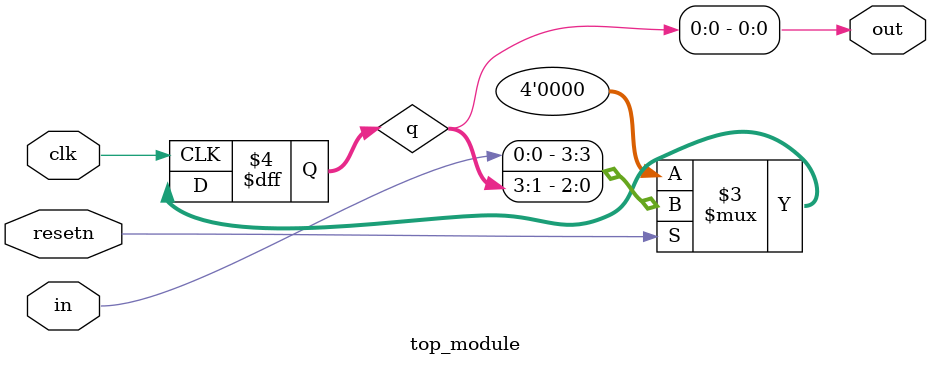
<source format=v>
module top_module (
  input clk,
  input resetn,   // synchronous reset
  input in,
  output out);

  reg [3:0] q;
  assign out = q[0];
  always @(posedge clk ) begin
    q <= ~resetn? 4'd0 :  {in, q[3:1]};
  end

endmodule

</source>
